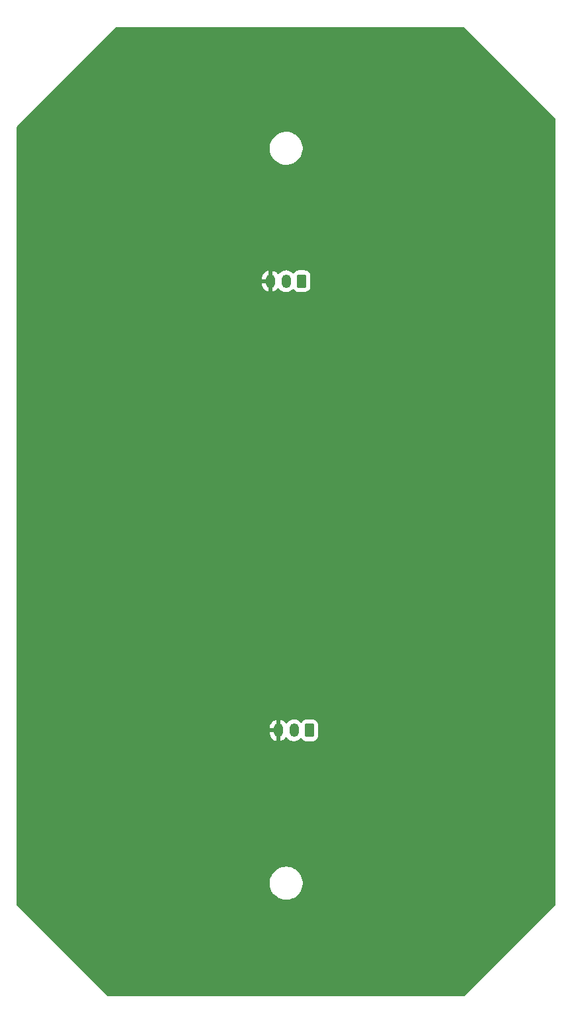
<source format=gbl>
G04 #@! TF.GenerationSoftware,KiCad,Pcbnew,6.0.2+dfsg-1*
G04 #@! TF.CreationDate,2022-10-20T18:04:04-07:00*
G04 #@! TF.ProjectId,digit,64696769-742e-46b6-9963-61645f706362,rev?*
G04 #@! TF.SameCoordinates,Original*
G04 #@! TF.FileFunction,Copper,L2,Bot*
G04 #@! TF.FilePolarity,Positive*
%FSLAX46Y46*%
G04 Gerber Fmt 4.6, Leading zero omitted, Abs format (unit mm)*
G04 Created by KiCad (PCBNEW 6.0.2+dfsg-1) date 2022-10-20 18:04:04*
%MOMM*%
%LPD*%
G01*
G04 APERTURE LIST*
G04 Aperture macros list*
%AMRoundRect*
0 Rectangle with rounded corners*
0 $1 Rounding radius*
0 $2 $3 $4 $5 $6 $7 $8 $9 X,Y pos of 4 corners*
0 Add a 4 corners polygon primitive as box body*
4,1,4,$2,$3,$4,$5,$6,$7,$8,$9,$2,$3,0*
0 Add four circle primitives for the rounded corners*
1,1,$1+$1,$2,$3*
1,1,$1+$1,$4,$5*
1,1,$1+$1,$6,$7*
1,1,$1+$1,$8,$9*
0 Add four rect primitives between the rounded corners*
20,1,$1+$1,$2,$3,$4,$5,0*
20,1,$1+$1,$4,$5,$6,$7,0*
20,1,$1+$1,$6,$7,$8,$9,0*
20,1,$1+$1,$8,$9,$2,$3,0*%
G04 Aperture macros list end*
G04 #@! TA.AperFunction,ComponentPad*
%ADD10RoundRect,0.250000X0.350000X0.625000X-0.350000X0.625000X-0.350000X-0.625000X0.350000X-0.625000X0*%
G04 #@! TD*
G04 #@! TA.AperFunction,ComponentPad*
%ADD11O,1.200000X1.750000*%
G04 #@! TD*
G04 #@! TA.AperFunction,ViaPad*
%ADD12C,0.800000*%
G04 #@! TD*
G04 APERTURE END LIST*
D10*
X105000000Y-76000000D03*
D11*
X103000000Y-76000000D03*
X101000000Y-76000000D03*
D10*
X106000000Y-133450000D03*
D11*
X104000000Y-133450000D03*
X102000000Y-133450000D03*
D12*
X97000000Y-154000000D03*
X83000000Y-58000000D03*
X123000000Y-124000000D03*
X123000000Y-80000000D03*
X123000000Y-152000000D03*
X112000000Y-58000000D03*
X88000000Y-155000000D03*
X83000000Y-74000000D03*
X96000000Y-114000000D03*
X90000000Y-58000000D03*
X83000000Y-88000000D03*
X83000000Y-129000000D03*
X118000000Y-58000000D03*
X123000000Y-67000000D03*
X120000000Y-114000000D03*
X115000000Y-154000000D03*
X83000000Y-116000000D03*
X108000000Y-114000000D03*
X123000000Y-138000000D03*
X83000000Y-144000000D03*
X123000000Y-95000000D03*
G04 #@! TA.AperFunction,Conductor*
G36*
X125805511Y-43528002D02*
G01*
X125826485Y-43544905D01*
X137455095Y-55173516D01*
X137489121Y-55235828D01*
X137492000Y-55262611D01*
X137492000Y-155737389D01*
X137471998Y-155805510D01*
X137455095Y-155826484D01*
X125826485Y-167455095D01*
X125764173Y-167489121D01*
X125737390Y-167492000D01*
X80262611Y-167492000D01*
X80194490Y-167471998D01*
X80173516Y-167455095D01*
X68544905Y-155826485D01*
X68510879Y-155764173D01*
X68508000Y-155737390D01*
X68508000Y-153132703D01*
X100890743Y-153132703D01*
X100928268Y-153417734D01*
X101004129Y-153695036D01*
X101116923Y-153959476D01*
X101264561Y-154206161D01*
X101444313Y-154430528D01*
X101652851Y-154628423D01*
X101886317Y-154796186D01*
X101890112Y-154798195D01*
X101890113Y-154798196D01*
X101911869Y-154809715D01*
X102140392Y-154930712D01*
X102410373Y-155029511D01*
X102691264Y-155090755D01*
X102719841Y-155093004D01*
X102914282Y-155108307D01*
X102914291Y-155108307D01*
X102916739Y-155108500D01*
X103072271Y-155108500D01*
X103074407Y-155108354D01*
X103074418Y-155108354D01*
X103282548Y-155094165D01*
X103282554Y-155094164D01*
X103286825Y-155093873D01*
X103291020Y-155093004D01*
X103291022Y-155093004D01*
X103427584Y-155064723D01*
X103568342Y-155035574D01*
X103839343Y-154939607D01*
X104094812Y-154807750D01*
X104098313Y-154805289D01*
X104098317Y-154805287D01*
X104212418Y-154725095D01*
X104330023Y-154642441D01*
X104540622Y-154446740D01*
X104722713Y-154224268D01*
X104872927Y-153979142D01*
X104988483Y-153715898D01*
X105067244Y-153439406D01*
X105107751Y-153154784D01*
X105107845Y-153136951D01*
X105109235Y-152871583D01*
X105109235Y-152871576D01*
X105109257Y-152867297D01*
X105071732Y-152582266D01*
X104995871Y-152304964D01*
X104883077Y-152040524D01*
X104735439Y-151793839D01*
X104555687Y-151569472D01*
X104347149Y-151371577D01*
X104113683Y-151203814D01*
X104091843Y-151192250D01*
X104068654Y-151179972D01*
X103859608Y-151069288D01*
X103589627Y-150970489D01*
X103308736Y-150909245D01*
X103277685Y-150906801D01*
X103085718Y-150891693D01*
X103085709Y-150891693D01*
X103083261Y-150891500D01*
X102927729Y-150891500D01*
X102925593Y-150891646D01*
X102925582Y-150891646D01*
X102717452Y-150905835D01*
X102717446Y-150905836D01*
X102713175Y-150906127D01*
X102708980Y-150906996D01*
X102708978Y-150906996D01*
X102572417Y-150935276D01*
X102431658Y-150964426D01*
X102160657Y-151060393D01*
X101905188Y-151192250D01*
X101901687Y-151194711D01*
X101901683Y-151194713D01*
X101891594Y-151201804D01*
X101669977Y-151357559D01*
X101459378Y-151553260D01*
X101277287Y-151775732D01*
X101127073Y-152020858D01*
X101011517Y-152284102D01*
X100932756Y-152560594D01*
X100892249Y-152845216D01*
X100892227Y-152849505D01*
X100892226Y-152849512D01*
X100890765Y-153128417D01*
X100890743Y-153132703D01*
X68508000Y-153132703D01*
X68508000Y-133774832D01*
X100892000Y-133774832D01*
X100892285Y-133780808D01*
X100906471Y-133929494D01*
X100908730Y-133941228D01*
X100964872Y-134132599D01*
X100969302Y-134143675D01*
X101060619Y-134320978D01*
X101067069Y-134331024D01*
X101190262Y-134487857D01*
X101198499Y-134496506D01*
X101349123Y-134627212D01*
X101358847Y-134634147D01*
X101531467Y-134734010D01*
X101542331Y-134738984D01*
X101730727Y-134804407D01*
X101731716Y-134804648D01*
X101742008Y-134803180D01*
X101746000Y-134789615D01*
X101746000Y-134785402D01*
X102254000Y-134785402D01*
X102257973Y-134798933D01*
X102267399Y-134800288D01*
X102356537Y-134778806D01*
X102367832Y-134774917D01*
X102549382Y-134692371D01*
X102559724Y-134686424D01*
X102722397Y-134571032D01*
X102731425Y-134563239D01*
X102869342Y-134419169D01*
X102876741Y-134409800D01*
X102894418Y-134382423D01*
X102948172Y-134336045D01*
X103018468Y-134326091D01*
X103082985Y-134355722D01*
X103099356Y-134372937D01*
X103193604Y-134492920D01*
X103198135Y-134496852D01*
X103198138Y-134496855D01*
X103283620Y-134571032D01*
X103353363Y-134631552D01*
X103358549Y-134634552D01*
X103358553Y-134634555D01*
X103454957Y-134690326D01*
X103536454Y-134737473D01*
X103736271Y-134806861D01*
X103742206Y-134807722D01*
X103742208Y-134807722D01*
X103939664Y-134836352D01*
X103939667Y-134836352D01*
X103945604Y-134837213D01*
X104156899Y-134827433D01*
X104288077Y-134795819D01*
X104356701Y-134779281D01*
X104356703Y-134779280D01*
X104362534Y-134777875D01*
X104367992Y-134775393D01*
X104367996Y-134775392D01*
X104483041Y-134723084D01*
X104555087Y-134690326D01*
X104727611Y-134567946D01*
X104731753Y-134563619D01*
X104731759Y-134563614D01*
X104818806Y-134472683D01*
X104880361Y-134437306D01*
X104951270Y-134440825D01*
X105009021Y-134482121D01*
X105016965Y-134493504D01*
X105051522Y-134549348D01*
X105176697Y-134674305D01*
X105182927Y-134678145D01*
X105182928Y-134678146D01*
X105320090Y-134762694D01*
X105327262Y-134767115D01*
X105363942Y-134779281D01*
X105488611Y-134820632D01*
X105488613Y-134820632D01*
X105495139Y-134822797D01*
X105501975Y-134823497D01*
X105501978Y-134823498D01*
X105540386Y-134827433D01*
X105599600Y-134833500D01*
X106400400Y-134833500D01*
X106403646Y-134833163D01*
X106403650Y-134833163D01*
X106499308Y-134823238D01*
X106499312Y-134823237D01*
X106506166Y-134822526D01*
X106512702Y-134820345D01*
X106512704Y-134820345D01*
X106648867Y-134774917D01*
X106673946Y-134766550D01*
X106824348Y-134673478D01*
X106949305Y-134548303D01*
X106986565Y-134487857D01*
X107038275Y-134403968D01*
X107038276Y-134403966D01*
X107042115Y-134397738D01*
X107097797Y-134229861D01*
X107108500Y-134125400D01*
X107108500Y-132774600D01*
X107097526Y-132668834D01*
X107041550Y-132501054D01*
X106948478Y-132350652D01*
X106823303Y-132225695D01*
X106817072Y-132221854D01*
X106678968Y-132136725D01*
X106678966Y-132136724D01*
X106672738Y-132132885D01*
X106564005Y-132096820D01*
X106511389Y-132079368D01*
X106511387Y-132079368D01*
X106504861Y-132077203D01*
X106498025Y-132076503D01*
X106498022Y-132076502D01*
X106454969Y-132072091D01*
X106400400Y-132066500D01*
X105599600Y-132066500D01*
X105596354Y-132066837D01*
X105596350Y-132066837D01*
X105500692Y-132076762D01*
X105500688Y-132076763D01*
X105493834Y-132077474D01*
X105487298Y-132079655D01*
X105487296Y-132079655D01*
X105423117Y-132101067D01*
X105326054Y-132133450D01*
X105175652Y-132226522D01*
X105050695Y-132351697D01*
X105046855Y-132357927D01*
X105046854Y-132357928D01*
X105018926Y-132403236D01*
X104966154Y-132450729D01*
X104896082Y-132462153D01*
X104830958Y-132433879D01*
X104812582Y-132414955D01*
X104806396Y-132407080D01*
X104801865Y-132403148D01*
X104801862Y-132403145D01*
X104651167Y-132272379D01*
X104646637Y-132268448D01*
X104641451Y-132265448D01*
X104641447Y-132265445D01*
X104468742Y-132165533D01*
X104463546Y-132162527D01*
X104263729Y-132093139D01*
X104257794Y-132092278D01*
X104257792Y-132092278D01*
X104060336Y-132063648D01*
X104060333Y-132063648D01*
X104054396Y-132062787D01*
X103843101Y-132072567D01*
X103730466Y-132099712D01*
X103643299Y-132120719D01*
X103643297Y-132120720D01*
X103637466Y-132122125D01*
X103632008Y-132124607D01*
X103632004Y-132124608D01*
X103540990Y-132165990D01*
X103444913Y-132209674D01*
X103272389Y-132332054D01*
X103126119Y-132484850D01*
X103122870Y-132489881D01*
X103122865Y-132489888D01*
X103104967Y-132517607D01*
X103051211Y-132563984D01*
X102980915Y-132573937D01*
X102916398Y-132544304D01*
X102900030Y-132527091D01*
X102809738Y-132412143D01*
X102801501Y-132403494D01*
X102650877Y-132272788D01*
X102641153Y-132265853D01*
X102468533Y-132165990D01*
X102457669Y-132161016D01*
X102269273Y-132095593D01*
X102268284Y-132095352D01*
X102257992Y-132096820D01*
X102254000Y-132110385D01*
X102254000Y-134785402D01*
X101746000Y-134785402D01*
X101746000Y-133722115D01*
X101741525Y-133706876D01*
X101740135Y-133705671D01*
X101732452Y-133704000D01*
X100910115Y-133704000D01*
X100894876Y-133708475D01*
X100893671Y-133709865D01*
X100892000Y-133717548D01*
X100892000Y-133774832D01*
X68508000Y-133774832D01*
X68508000Y-133177885D01*
X100892000Y-133177885D01*
X100896475Y-133193124D01*
X100897865Y-133194329D01*
X100905548Y-133196000D01*
X101727885Y-133196000D01*
X101743124Y-133191525D01*
X101744329Y-133190135D01*
X101746000Y-133182452D01*
X101746000Y-132114598D01*
X101742027Y-132101067D01*
X101732601Y-132099712D01*
X101643463Y-132121194D01*
X101632168Y-132125083D01*
X101450618Y-132207629D01*
X101440276Y-132213576D01*
X101277603Y-132328968D01*
X101268575Y-132336761D01*
X101130658Y-132480831D01*
X101123262Y-132490196D01*
X101015079Y-132657741D01*
X101009583Y-132668345D01*
X100935039Y-132853312D01*
X100931645Y-132864770D01*
X100893143Y-133061928D01*
X100892066Y-133070791D01*
X100892000Y-133073500D01*
X100892000Y-133177885D01*
X68508000Y-133177885D01*
X68508000Y-76324832D01*
X99892000Y-76324832D01*
X99892285Y-76330808D01*
X99906471Y-76479494D01*
X99908730Y-76491228D01*
X99964872Y-76682599D01*
X99969302Y-76693675D01*
X100060619Y-76870978D01*
X100067069Y-76881024D01*
X100190262Y-77037857D01*
X100198499Y-77046506D01*
X100349123Y-77177212D01*
X100358847Y-77184147D01*
X100531467Y-77284010D01*
X100542331Y-77288984D01*
X100730727Y-77354407D01*
X100731716Y-77354648D01*
X100742008Y-77353180D01*
X100746000Y-77339615D01*
X100746000Y-77335402D01*
X101254000Y-77335402D01*
X101257973Y-77348933D01*
X101267399Y-77350288D01*
X101356537Y-77328806D01*
X101367832Y-77324917D01*
X101549382Y-77242371D01*
X101559724Y-77236424D01*
X101722397Y-77121032D01*
X101731425Y-77113239D01*
X101869342Y-76969169D01*
X101876741Y-76959800D01*
X101894418Y-76932423D01*
X101948172Y-76886045D01*
X102018468Y-76876091D01*
X102082985Y-76905722D01*
X102099356Y-76922937D01*
X102193604Y-77042920D01*
X102198135Y-77046852D01*
X102198138Y-77046855D01*
X102283620Y-77121032D01*
X102353363Y-77181552D01*
X102358549Y-77184552D01*
X102358553Y-77184555D01*
X102454957Y-77240326D01*
X102536454Y-77287473D01*
X102736271Y-77356861D01*
X102742206Y-77357722D01*
X102742208Y-77357722D01*
X102939664Y-77386352D01*
X102939667Y-77386352D01*
X102945604Y-77387213D01*
X103156899Y-77377433D01*
X103288077Y-77345819D01*
X103356701Y-77329281D01*
X103356703Y-77329280D01*
X103362534Y-77327875D01*
X103367992Y-77325393D01*
X103367996Y-77325392D01*
X103483041Y-77273084D01*
X103555087Y-77240326D01*
X103727611Y-77117946D01*
X103731753Y-77113619D01*
X103731759Y-77113614D01*
X103818806Y-77022683D01*
X103880361Y-76987306D01*
X103951270Y-76990825D01*
X104009021Y-77032121D01*
X104016965Y-77043504D01*
X104051522Y-77099348D01*
X104176697Y-77224305D01*
X104182927Y-77228145D01*
X104182928Y-77228146D01*
X104320090Y-77312694D01*
X104327262Y-77317115D01*
X104363942Y-77329281D01*
X104488611Y-77370632D01*
X104488613Y-77370632D01*
X104495139Y-77372797D01*
X104501975Y-77373497D01*
X104501978Y-77373498D01*
X104540386Y-77377433D01*
X104599600Y-77383500D01*
X105400400Y-77383500D01*
X105403646Y-77383163D01*
X105403650Y-77383163D01*
X105499308Y-77373238D01*
X105499312Y-77373237D01*
X105506166Y-77372526D01*
X105512702Y-77370345D01*
X105512704Y-77370345D01*
X105648867Y-77324917D01*
X105673946Y-77316550D01*
X105824348Y-77223478D01*
X105949305Y-77098303D01*
X105986565Y-77037857D01*
X106038275Y-76953968D01*
X106038276Y-76953966D01*
X106042115Y-76947738D01*
X106097797Y-76779861D01*
X106108500Y-76675400D01*
X106108500Y-75324600D01*
X106097526Y-75218834D01*
X106041550Y-75051054D01*
X105948478Y-74900652D01*
X105823303Y-74775695D01*
X105817072Y-74771854D01*
X105678968Y-74686725D01*
X105678966Y-74686724D01*
X105672738Y-74682885D01*
X105564005Y-74646820D01*
X105511389Y-74629368D01*
X105511387Y-74629368D01*
X105504861Y-74627203D01*
X105498025Y-74626503D01*
X105498022Y-74626502D01*
X105454969Y-74622091D01*
X105400400Y-74616500D01*
X104599600Y-74616500D01*
X104596354Y-74616837D01*
X104596350Y-74616837D01*
X104500692Y-74626762D01*
X104500688Y-74626763D01*
X104493834Y-74627474D01*
X104487298Y-74629655D01*
X104487296Y-74629655D01*
X104423117Y-74651067D01*
X104326054Y-74683450D01*
X104175652Y-74776522D01*
X104050695Y-74901697D01*
X104046855Y-74907927D01*
X104046854Y-74907928D01*
X104018926Y-74953236D01*
X103966154Y-75000729D01*
X103896082Y-75012153D01*
X103830958Y-74983879D01*
X103812582Y-74964955D01*
X103806396Y-74957080D01*
X103801865Y-74953148D01*
X103801862Y-74953145D01*
X103651167Y-74822379D01*
X103646637Y-74818448D01*
X103641451Y-74815448D01*
X103641447Y-74815445D01*
X103468742Y-74715533D01*
X103463546Y-74712527D01*
X103263729Y-74643139D01*
X103257794Y-74642278D01*
X103257792Y-74642278D01*
X103060336Y-74613648D01*
X103060333Y-74613648D01*
X103054396Y-74612787D01*
X102843101Y-74622567D01*
X102730466Y-74649712D01*
X102643299Y-74670719D01*
X102643297Y-74670720D01*
X102637466Y-74672125D01*
X102632008Y-74674607D01*
X102632004Y-74674608D01*
X102540990Y-74715990D01*
X102444913Y-74759674D01*
X102272389Y-74882054D01*
X102126119Y-75034850D01*
X102122870Y-75039881D01*
X102122865Y-75039888D01*
X102104967Y-75067607D01*
X102051211Y-75113984D01*
X101980915Y-75123937D01*
X101916398Y-75094304D01*
X101900030Y-75077091D01*
X101809738Y-74962143D01*
X101801501Y-74953494D01*
X101650877Y-74822788D01*
X101641153Y-74815853D01*
X101468533Y-74715990D01*
X101457669Y-74711016D01*
X101269273Y-74645593D01*
X101268284Y-74645352D01*
X101257992Y-74646820D01*
X101254000Y-74660385D01*
X101254000Y-77335402D01*
X100746000Y-77335402D01*
X100746000Y-76272115D01*
X100741525Y-76256876D01*
X100740135Y-76255671D01*
X100732452Y-76254000D01*
X99910115Y-76254000D01*
X99894876Y-76258475D01*
X99893671Y-76259865D01*
X99892000Y-76267548D01*
X99892000Y-76324832D01*
X68508000Y-76324832D01*
X68508000Y-75727885D01*
X99892000Y-75727885D01*
X99896475Y-75743124D01*
X99897865Y-75744329D01*
X99905548Y-75746000D01*
X100727885Y-75746000D01*
X100743124Y-75741525D01*
X100744329Y-75740135D01*
X100746000Y-75732452D01*
X100746000Y-74664598D01*
X100742027Y-74651067D01*
X100732601Y-74649712D01*
X100643463Y-74671194D01*
X100632168Y-74675083D01*
X100450618Y-74757629D01*
X100440276Y-74763576D01*
X100277603Y-74878968D01*
X100268575Y-74886761D01*
X100130658Y-75030831D01*
X100123262Y-75040196D01*
X100015079Y-75207741D01*
X100009583Y-75218345D01*
X99935039Y-75403312D01*
X99931645Y-75414770D01*
X99893143Y-75611928D01*
X99892066Y-75620791D01*
X99892000Y-75623500D01*
X99892000Y-75727885D01*
X68508000Y-75727885D01*
X68508000Y-59132703D01*
X100890743Y-59132703D01*
X100928268Y-59417734D01*
X101004129Y-59695036D01*
X101116923Y-59959476D01*
X101264561Y-60206161D01*
X101444313Y-60430528D01*
X101652851Y-60628423D01*
X101886317Y-60796186D01*
X101890112Y-60798195D01*
X101890113Y-60798196D01*
X101911869Y-60809715D01*
X102140392Y-60930712D01*
X102410373Y-61029511D01*
X102691264Y-61090755D01*
X102719841Y-61093004D01*
X102914282Y-61108307D01*
X102914291Y-61108307D01*
X102916739Y-61108500D01*
X103072271Y-61108500D01*
X103074407Y-61108354D01*
X103074418Y-61108354D01*
X103282548Y-61094165D01*
X103282554Y-61094164D01*
X103286825Y-61093873D01*
X103291020Y-61093004D01*
X103291022Y-61093004D01*
X103427584Y-61064723D01*
X103568342Y-61035574D01*
X103839343Y-60939607D01*
X104094812Y-60807750D01*
X104098313Y-60805289D01*
X104098317Y-60805287D01*
X104212417Y-60725096D01*
X104330023Y-60642441D01*
X104540622Y-60446740D01*
X104722713Y-60224268D01*
X104872927Y-59979142D01*
X104988483Y-59715898D01*
X105067244Y-59439406D01*
X105107751Y-59154784D01*
X105107845Y-59136951D01*
X105109235Y-58871583D01*
X105109235Y-58871576D01*
X105109257Y-58867297D01*
X105071732Y-58582266D01*
X104995871Y-58304964D01*
X104883077Y-58040524D01*
X104735439Y-57793839D01*
X104555687Y-57569472D01*
X104347149Y-57371577D01*
X104113683Y-57203814D01*
X104091843Y-57192250D01*
X104068654Y-57179972D01*
X103859608Y-57069288D01*
X103589627Y-56970489D01*
X103308736Y-56909245D01*
X103277685Y-56906801D01*
X103085718Y-56891693D01*
X103085709Y-56891693D01*
X103083261Y-56891500D01*
X102927729Y-56891500D01*
X102925593Y-56891646D01*
X102925582Y-56891646D01*
X102717452Y-56905835D01*
X102717446Y-56905836D01*
X102713175Y-56906127D01*
X102708980Y-56906996D01*
X102708978Y-56906996D01*
X102572416Y-56935277D01*
X102431658Y-56964426D01*
X102160657Y-57060393D01*
X101905188Y-57192250D01*
X101901687Y-57194711D01*
X101901683Y-57194713D01*
X101891594Y-57201804D01*
X101669977Y-57357559D01*
X101459378Y-57553260D01*
X101277287Y-57775732D01*
X101127073Y-58020858D01*
X101011517Y-58284102D01*
X100932756Y-58560594D01*
X100892249Y-58845216D01*
X100892227Y-58849505D01*
X100892226Y-58849512D01*
X100890765Y-59128417D01*
X100890743Y-59132703D01*
X68508000Y-59132703D01*
X68508000Y-56262610D01*
X68528002Y-56194489D01*
X68544905Y-56173515D01*
X81173515Y-43544905D01*
X81235827Y-43510879D01*
X81262610Y-43508000D01*
X125737390Y-43508000D01*
X125805511Y-43528002D01*
G37*
G04 #@! TD.AperFunction*
M02*

</source>
